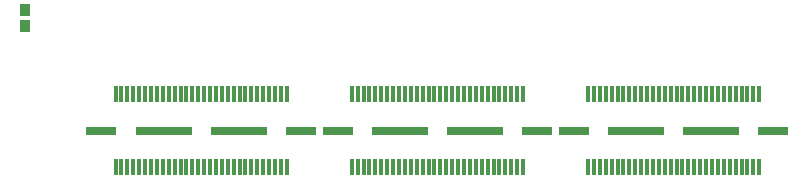
<source format=gbr>
%TF.GenerationSoftware,KiCad,Pcbnew,(6.0.8)*%
%TF.CreationDate,2022-10-28T14:48:27+02:00*%
%TF.ProjectId,XEM8350-BRK-MC1,58454d38-3335-4302-9d42-524b2d4d4331,rev?*%
%TF.SameCoordinates,Original*%
%TF.FileFunction,Paste,Top*%
%TF.FilePolarity,Positive*%
%FSLAX46Y46*%
G04 Gerber Fmt 4.6, Leading zero omitted, Abs format (unit mm)*
G04 Created by KiCad (PCBNEW (6.0.8)) date 2022-10-28 14:48:27*
%MOMM*%
%LPD*%
G01*
G04 APERTURE LIST*
%ADD10R,0.960000X1.130000*%
%ADD11R,0.305000X1.450000*%
%ADD12R,2.540000X0.640000*%
%ADD13R,4.700000X0.640000*%
G04 APERTURE END LIST*
D10*
%TO.C,R1*%
X113665000Y-124431000D03*
X113665000Y-125759000D03*
%TD*%
D11*
%TO.C,MC1*%
X121340000Y-131534000D03*
X121340000Y-137706000D03*
X121840000Y-131534000D03*
X121840000Y-137706000D03*
X122340000Y-131534000D03*
X122340000Y-137706000D03*
X122840000Y-131534000D03*
X122840000Y-137706000D03*
X123340000Y-131534000D03*
X123340000Y-137706000D03*
X123840000Y-131534000D03*
X123840000Y-137706000D03*
X124340000Y-131534000D03*
X124340000Y-137706000D03*
X124840000Y-131534000D03*
X124840000Y-137706000D03*
X125340000Y-131534000D03*
X125340000Y-137706000D03*
X125840000Y-131534000D03*
X125840000Y-137706000D03*
X126340000Y-131534000D03*
X126340000Y-137706000D03*
X126840000Y-131534000D03*
X126840000Y-137706000D03*
X127340000Y-131534000D03*
X127340000Y-137706000D03*
X127840000Y-131534000D03*
X127840000Y-137706000D03*
X128340000Y-131534000D03*
X128340000Y-137706000D03*
X128840000Y-131534000D03*
X128840000Y-137706000D03*
X129340000Y-131534000D03*
X129340000Y-137706000D03*
X129840000Y-131534000D03*
X129840000Y-137706000D03*
X130340000Y-131534000D03*
X130340000Y-137706000D03*
X130840000Y-131534000D03*
X130840000Y-137706000D03*
X131340000Y-131534000D03*
X131340000Y-137706000D03*
X131840000Y-131534000D03*
X131840000Y-137706000D03*
X132340000Y-131534000D03*
X132340000Y-137706000D03*
X132840000Y-131534000D03*
X132840000Y-137706000D03*
X133340000Y-131534000D03*
X133340000Y-137706000D03*
X133840000Y-131534000D03*
X133840000Y-137706000D03*
X134340000Y-131534000D03*
X134340000Y-137706000D03*
X134840000Y-131534000D03*
X134840000Y-137706000D03*
X135340000Y-131534000D03*
X135340000Y-137706000D03*
X135840000Y-131534000D03*
X135840000Y-137706000D03*
D12*
X120145000Y-134620000D03*
X137035000Y-134620000D03*
D13*
X125415000Y-134620000D03*
X131765000Y-134620000D03*
D11*
X141340000Y-131534000D03*
X141340000Y-137706000D03*
X141840000Y-131534000D03*
X141840000Y-137706000D03*
X142340000Y-131534000D03*
X142340000Y-137706000D03*
X142840000Y-131534000D03*
X142840000Y-137706000D03*
X143340000Y-131534000D03*
X143340000Y-137706000D03*
X143840000Y-131534000D03*
X143840000Y-137706000D03*
X144340000Y-131534000D03*
X144340000Y-137706000D03*
X144840000Y-131534000D03*
X144840000Y-137706000D03*
X145340000Y-131534000D03*
X145340000Y-137706000D03*
X145840000Y-131534000D03*
X145840000Y-137706000D03*
X146340000Y-131534000D03*
X146340000Y-137706000D03*
X146840000Y-131534000D03*
X146840000Y-137706000D03*
X147340000Y-131534000D03*
X147340000Y-137706000D03*
X147840000Y-131534000D03*
X147840000Y-137706000D03*
X148340000Y-131534000D03*
X148340000Y-137706000D03*
X148840000Y-131534000D03*
X148840000Y-137706000D03*
X149340000Y-131534000D03*
X149340000Y-137706000D03*
X149840000Y-131534000D03*
X149840000Y-137706000D03*
X150340000Y-131534000D03*
X150340000Y-137706000D03*
X150840000Y-131534000D03*
X150840000Y-137706000D03*
X151340000Y-131534000D03*
X151340000Y-137706000D03*
X151840000Y-131534000D03*
X151840000Y-137706000D03*
X152340000Y-131534000D03*
X152340000Y-137706000D03*
X152840000Y-131534000D03*
X152840000Y-137706000D03*
X153340000Y-131534000D03*
X153340000Y-137706000D03*
X153840000Y-131534000D03*
X153840000Y-137706000D03*
X154340000Y-131534000D03*
X154340000Y-137706000D03*
X154840000Y-131534000D03*
X154840000Y-137706000D03*
X155340000Y-131534000D03*
X155340000Y-137706000D03*
X155840000Y-131534000D03*
X155840000Y-137706000D03*
D12*
X140145000Y-134620000D03*
X157035000Y-134620000D03*
D13*
X145415000Y-134620000D03*
X151765000Y-134620000D03*
D11*
X161340000Y-131534000D03*
X161340000Y-137706000D03*
X161840000Y-131534000D03*
X161840000Y-137706000D03*
X162340000Y-131534000D03*
X162340000Y-137706000D03*
X162840000Y-131534000D03*
X162840000Y-137706000D03*
X163340000Y-131534000D03*
X163340000Y-137706000D03*
X163840000Y-131534000D03*
X163840000Y-137706000D03*
X164340000Y-131534000D03*
X164340000Y-137706000D03*
X164840000Y-131534000D03*
X164840000Y-137706000D03*
X165340000Y-131534000D03*
X165340000Y-137706000D03*
X165840000Y-131534000D03*
X165840000Y-137706000D03*
X166340000Y-131534000D03*
X166340000Y-137706000D03*
X166840000Y-131534000D03*
X166840000Y-137706000D03*
X167340000Y-131534000D03*
X167340000Y-137706000D03*
X167840000Y-131534000D03*
X167840000Y-137706000D03*
X168340000Y-131534000D03*
X168340000Y-137706000D03*
X168840000Y-131534000D03*
X168840000Y-137706000D03*
X169340000Y-131534000D03*
X169340000Y-137706000D03*
X169840000Y-131534000D03*
X169840000Y-137706000D03*
X170340000Y-131534000D03*
X170340000Y-137706000D03*
X170840000Y-131534000D03*
X170840000Y-137706000D03*
X171340000Y-131534000D03*
X171340000Y-137706000D03*
X171840000Y-131534000D03*
X171840000Y-137706000D03*
X172340000Y-131534000D03*
X172340000Y-137706000D03*
X172840000Y-131534000D03*
X172840000Y-137706000D03*
X173340000Y-131534000D03*
X173340000Y-137706000D03*
X173840000Y-131534000D03*
X173840000Y-137706000D03*
X174340000Y-131534000D03*
X174340000Y-137706000D03*
X174840000Y-131534000D03*
X174840000Y-137706000D03*
X175340000Y-131534000D03*
X175340000Y-137706000D03*
X175840000Y-131534000D03*
X175840000Y-137706000D03*
D12*
X160145000Y-134620000D03*
X177035000Y-134620000D03*
D13*
X165415000Y-134620000D03*
X171765000Y-134620000D03*
%TD*%
M02*

</source>
